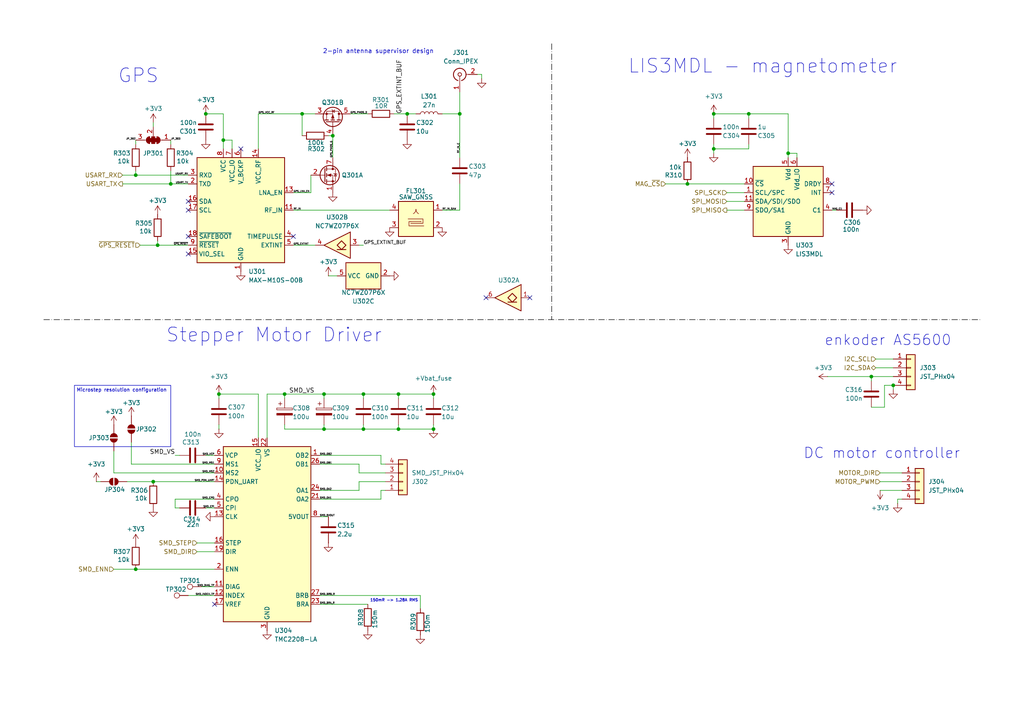
<source format=kicad_sch>
(kicad_sch (version 20250114) (generator "eeschema") (generator_version "9.0")
  (paper "A4")
  (title_block (title "Boat Autopilot Controller") (date "2025-11-11") (rev "0.1") (company "Dominik Ledzianowski / Klaudia Lewandowska"))
  (rectangle (start 21.59 111.76) (end 49.53 129.54))
  (text "GPS\n" (at 40.132 22.098 0) (effects (font (size 4 4))))
  (text "enkoder AS5600" (at 257.556 98.806 0) (effects (font (size 3 3))))
  (text "2-pin antenna supervisor design" (at 109.728 14.986 0) (effects (font (size 1.27 1.27))))
  (text "DC motor controller" (at 255.778 131.572 0) (effects (font (size 3 3))))
  (text "Stepper Motor Driver" (at 79.502 97.282 0) (effects (font (size 4 4))))
  (text "LIS3MDL - magnetometer" (at 221.234 19.304 0) (effects (font (size 4 4))))
  (text "Microstep resolution configuration" (at 35.306 113.284 0) (effects (font (size 1 1))))
  (text "150mR -> 1.28A RMS" (at 114.3 174.244 0) (effects (font (size 0.8 0.8))))
  (junction (at 93.98 124.46))
  (junction (at 39.37 165.1))
  (junction (at 82.55 114.3))
  (junction (at 45.72 71.12))
  (junction (at 228.6 44.45))
  (junction (at 125.73 124.46))
  (junction (at 133.35 33.02))
  (junction (at 105.41 124.46))
  (junction (at 93.98 114.3))
  (junction (at 63.5 114.3))
  (junction (at 64.77 40.64))
  (junction (at 59.69 33.02))
  (junction (at 105.41 114.3))
  (junction (at 49.53 53.34))
  (junction (at 115.57 124.46))
  (junction (at 115.57 114.3))
  (junction (at 217.17 33.02))
  (junction (at 252.73 109.22))
  (junction (at 259.08 111.76))
  (junction (at 44.45 139.7))
  (junction (at 207.01 33.02))
  (junction (at 96.52 39.37))
  (junction (at 39.37 50.8))
  (junction (at 125.73 114.3))
  (junction (at 199.39 53.34))
  (junction (at 207.01 43.18))
  (junction (at 87.63 33.02))
  (junction (at 118.11 33.02))
  (no_connect (at 54.61 73.66))
  (no_connect (at 140.97 86.36))
  (no_connect (at 69.85 43.18))
  (no_connect (at 241.3 55.88))
  (no_connect (at 241.3 53.34))
  (no_connect (at 153.67 86.36))
  (no_connect (at 54.61 68.58))
  (no_connect (at 54.61 60.96))
  (no_connect (at 62.23 175.26))
  (no_connect (at 85.09 68.58))
  (no_connect (at 54.61 58.42))
  (wire (pts (xy 95.25 80.01) (xy 97.79 80.01)))
  (wire (pts (xy 139.7 22.86) (xy 139.7 21.59)))
  (wire (pts (xy 128.27 60.96) (xy 133.35 60.96)))
  (wire (pts (xy 38.1 134.62) (xy 62.23 134.62)))
  (wire (pts (xy 85.09 60.96) (xy 113.03 60.96)))
  (wire (pts (xy 115.57 114.3) (xy 125.73 114.3)))
  (wire (pts (xy 252.73 109.22) (xy 240.03 109.22)))
  (wire (pts (xy 231.14 44.45) (xy 231.14 45.72)))
  (wire (pts (xy 77.47 114.3) (xy 77.47 127)))
  (wire (pts (xy 207.01 43.18) (xy 217.17 43.18)))
  (wire (pts (xy 110.49 142.24) (xy 111.76 142.24)))
  (wire (pts (xy 52.07 132.08) (xy 50.8 132.08)))
  (wire (pts (xy 193.04 53.34) (xy 199.39 53.34)))
  (wire (pts (xy 87.63 33.02) (xy 91.44 33.02)))
  (wire (pts (xy 139.7 21.59) (xy 138.43 21.59)))
  (wire (pts (xy 33.02 130.81) (xy 33.02 137.16)))
  (wire (pts (xy 92.71 132.08) (xy 110.49 132.08)))
  (wire (pts (xy 82.55 123.19) (xy 82.55 124.46)))
  (wire (pts (xy 104.14 139.7) (xy 111.76 139.7)))
  (wire (pts (xy 54.61 172.72) (xy 62.23 172.72)))
  (wire (pts (xy 92.71 134.62) (xy 104.14 134.62)))
  (wire (pts (xy 115.57 114.3) (xy 115.57 115.57)))
  (wire (pts (xy 58.42 170.18) (xy 62.23 170.18)))
  (wire (pts (xy 74.93 114.3) (xy 63.5 114.3)))
  (wire (pts (xy 217.17 33.02) (xy 228.6 33.02)))
  (wire (pts (xy 39.37 40.64) (xy 39.37 41.91)))
  (wire (pts (xy 207.01 43.18) (xy 207.01 41.91)))
  (wire (pts (xy 104.14 139.7) (xy 104.14 142.24)))
  (wire (pts (xy 115.57 124.46) (xy 125.73 124.46)))
  (wire (pts (xy 254 106.68) (xy 259.08 106.68)))
  (wire (pts (xy 27.94 139.7) (xy 29.21 139.7)))
  (wire (pts (xy 105.41 124.46) (xy 115.57 124.46)))
  (wire (pts (xy 199.39 53.34) (xy 215.9 53.34)))
  (wire (pts (xy 259.08 113.03) (xy 259.08 111.76)))
  (wire (pts (xy 93.98 123.19) (xy 93.98 124.46)))
  (wire (pts (xy 255.27 142.24) (xy 261.62 142.24)))
  (wire (pts (xy 105.41 114.3) (xy 115.57 114.3)))
  (wire (pts (xy 96.52 39.37) (xy 96.52 45.72)))
  (wire (pts (xy 44.45 35.56) (xy 44.45 36.83)))
  (wire (pts (xy 50.8 144.78) (xy 62.23 144.78)))
  (wire (pts (xy 74.93 33.02) (xy 87.63 33.02)))
  (wire (pts (xy 115.57 123.19) (xy 115.57 124.46)))
  (wire (pts (xy 118.11 33.02) (xy 120.65 33.02)))
  (polyline (pts (xy 12.7 92.71) (xy 284.48 92.71)) (stroke (width 0) (type dash_dot) (color 0 0 0 1)))
  (wire (pts (xy 242.57 60.96) (xy 241.3 60.96)))
  (wire (pts (xy 33.02 137.16) (xy 62.23 137.16)))
  (wire (pts (xy 104.14 134.62) (xy 104.14 137.16)))
  (wire (pts (xy 57.15 157.48) (xy 62.23 157.48)))
  (wire (pts (xy 39.37 165.1) (xy 62.23 165.1)))
  (wire (pts (xy 95.25 149.86) (xy 92.71 149.86)))
  (wire (pts (xy 50.8 147.32) (xy 52.07 147.32)))
  (wire (pts (xy 64.77 40.64) (xy 64.77 43.18)))
  (wire (pts (xy 39.37 49.53) (xy 39.37 50.8)))
  (wire (pts (xy 62.23 132.08) (xy 59.69 132.08)))
  (wire (pts (xy 210.82 58.42) (xy 215.9 58.42)))
  (polyline (pts (xy 160.02 12.7) (xy 160.02 92.71)) (stroke (width 0) (type dash_dot) (color 0 0 0 1)))
  (wire (pts (xy 104.14 142.24) (xy 92.71 142.24)))
  (wire (pts (xy 110.49 132.08) (xy 110.49 134.62)))
  (wire (pts (xy 210.82 60.96) (xy 215.9 60.96)))
  (wire (pts (xy 207.01 33.02) (xy 217.17 33.02)))
  (wire (pts (xy 35.56 53.34) (xy 49.53 53.34)))
  (wire (pts (xy 110.49 144.78) (xy 110.49 142.24)))
  (wire (pts (xy 105.41 123.19) (xy 105.41 124.46)))
  (wire (pts (xy 85.09 71.12) (xy 91.44 71.12)))
  (wire (pts (xy 64.77 40.64) (xy 67.31 40.64)))
  (wire (pts (xy 104.14 137.16) (xy 111.76 137.16)))
  (wire (pts (xy 82.55 114.3) (xy 93.98 114.3)))
  (wire (pts (xy 82.55 114.3) (xy 82.55 115.57)))
  (wire (pts (xy 38.1 128.27) (xy 38.1 134.62)))
  (wire (pts (xy 105.41 114.3) (xy 105.41 115.57)))
  (wire (pts (xy 35.56 50.8) (xy 39.37 50.8)))
  (wire (pts (xy 90.17 55.88) (xy 85.09 55.88)))
  (wire (pts (xy 93.98 124.46) (xy 105.41 124.46)))
  (wire (pts (xy 74.93 114.3) (xy 74.93 127)))
  (wire (pts (xy 125.73 123.19) (xy 125.73 124.46)))
  (wire (pts (xy 252.73 109.22) (xy 252.73 110.49)))
  (wire (pts (xy 101.6 33.02) (xy 106.68 33.02)))
  (wire (pts (xy 133.35 53.34) (xy 133.35 60.96)))
  (wire (pts (xy 92.71 175.26) (xy 106.68 175.26)))
  (wire (pts (xy 82.55 114.3) (xy 77.47 114.3)))
  (wire (pts (xy 45.72 69.85) (xy 45.72 71.12)))
  (wire (pts (xy 217.17 43.18) (xy 217.17 41.91)))
  (wire (pts (xy 49.53 53.34) (xy 54.61 53.34)))
  (wire (pts (xy 57.15 160.02) (xy 62.23 160.02)))
  (wire (pts (xy 74.93 33.02) (xy 74.93 43.18)))
  (wire (pts (xy 64.77 33.02) (xy 64.77 40.64)))
  (wire (pts (xy 40.64 71.12) (xy 45.72 71.12)))
  (wire (pts (xy 228.6 44.45) (xy 228.6 33.02)))
  (wire (pts (xy 114.3 33.02) (xy 118.11 33.02)))
  (wire (pts (xy 255.27 137.16) (xy 261.62 137.16)))
  (wire (pts (xy 45.72 71.12) (xy 54.61 71.12)))
  (wire (pts (xy 252.73 118.11) (xy 256.54 118.11)))
  (wire (pts (xy 110.49 134.62) (xy 111.76 134.62)))
  (wire (pts (xy 121.92 172.72) (xy 121.92 176.53)))
  (wire (pts (xy 93.98 114.3) (xy 105.41 114.3)))
  (wire (pts (xy 260.35 144.78) (xy 261.62 144.78)))
  (wire (pts (xy 207.01 33.02) (xy 207.01 34.29)))
  (wire (pts (xy 259.08 109.22) (xy 252.73 109.22)))
  (wire (pts (xy 33.02 165.1) (xy 39.37 165.1)))
  (wire (pts (xy 133.35 26.67) (xy 133.35 33.02)))
  (wire (pts (xy 254 104.14) (xy 259.08 104.14)))
  (wire (pts (xy 207.01 44.45) (xy 207.01 43.18)))
  (wire (pts (xy 63.5 123.19) (xy 63.5 124.46)))
  (wire (pts (xy 228.6 45.72) (xy 228.6 44.45)))
  (wire (pts (xy 59.69 147.32) (xy 62.23 147.32)))
  (wire (pts (xy 228.6 44.45) (xy 231.14 44.45)))
  (wire (pts (xy 67.31 43.18) (xy 67.31 40.64)))
  (wire (pts (xy 255.27 139.7) (xy 261.62 139.7)))
  (wire (pts (xy 63.5 114.3) (xy 63.5 115.57)))
  (wire (pts (xy 36.83 139.7) (xy 44.45 139.7)))
  (wire (pts (xy 256.54 111.76) (xy 256.54 118.11)))
  (wire (pts (xy 49.53 40.64) (xy 49.53 41.91)))
  (wire (pts (xy 256.54 111.76) (xy 259.08 111.76)))
  (wire (pts (xy 92.71 172.72) (xy 121.92 172.72)))
  (wire (pts (xy 96.52 39.37) (xy 95.25 39.37)))
  (wire (pts (xy 217.17 33.02) (xy 217.17 34.29)))
  (wire (pts (xy 90.17 50.8) (xy 90.17 55.88)))
  (wire (pts (xy 44.45 139.7) (xy 62.23 139.7)))
  (wire (pts (xy 210.82 55.88) (xy 215.9 55.88)))
  (wire (pts (xy 125.73 114.3) (xy 125.73 115.57)))
  (wire (pts (xy 50.8 144.78) (xy 50.8 147.32)))
  (wire (pts (xy 93.98 114.3) (xy 93.98 115.57)))
  (wire (pts (xy 110.49 144.78) (xy 92.71 144.78)))
  (wire (pts (xy 105.41 71.12) (xy 104.14 71.12)))
  (wire (pts (xy 82.55 124.46) (xy 93.98 124.46)))
  (wire (pts (xy 39.37 50.8) (xy 54.61 50.8)))
  (wire (pts (xy 87.63 33.02) (xy 87.63 39.37)))
  (wire (pts (xy 128.27 33.02) (xy 133.35 33.02)))
  (wire (pts (xy 133.35 33.02) (xy 133.35 45.72)))
  (wire (pts (xy 59.69 33.02) (xy 64.77 33.02)))
  (wire (pts (xy 49.53 49.53) (xy 49.53 53.34)))
  (wire (pts (xy 260.35 146.05) (xy 260.35 144.78)))
  (label "SMD_MS2" (at 62.23 137.16 180) (effects (font (size 0.5 0.5))))
  (label "JP_303" (at 49.53 40.64 0) (effects (font (size 0.5 0.5))))
  (label "SMD_OA1" (at 92.71 144.78 0) (effects (font (size 0.5 0.5))))
  (label "SMD_VCP" (at 62.23 132.08 180) (effects (font (size 0.5 0.5))))
  (label "SMD_VS" (at 50.8 132.08 180))
  (label "SMD_BRA_R" (at 92.71 175.26 0) (effects (font (size 0.5 0.5))))
  (label "USART_RX" (at 54.61 50.8 180) (effects (font (size 0.5 0.5))))
  (label "GPS_PMOS_G" (at 96.52 45.72 90) (effects (font (size 0.5 0.5))))
  (label "SMD_MS1" (at 62.23 134.62 180) (effects (font (size 0.5 0.5))))
  (label "JP_302" (at 39.37 40.64 180) (effects (font (size 0.5 0.5))))
  (label "GPS_EXTINT_BUF" (at 116.84 33.02 90))
  (label "SMD_PDN_UART" (at 62.23 139.7 180) (effects (font (size 0.5 0.5))))
  (label "GPS_LNA_EN" (at 85.09 55.88 0) (effects (font (size 0.5 0.5))))
  (label "SMD_CPO" (at 62.23 144.78 180) (effects (font (size 0.5 0.5))))
  (label "GPS_PMOS_D" (at 101.6 33.02 0) (effects (font (size 0.5 0.5))))
  (label "RF_IN_SAW" (at 128.27 60.96 0) (effects (font (size 0.5 0.5))))
  (label "SMD_BRB_R" (at 92.71 172.72 0) (effects (font (size 0.5 0.5))))
  (label "RF_IN_C" (at 133.35 44.45 90) (effects (font (size 0.5 0.5))))
  (label "SMD_OA2" (at 92.71 142.24 0) (effects (font (size 0.5 0.5))))
  (label "~{GPS_RESET}" (at 54.61 71.12 180) (effects (font (size 0.5 0.5))))
  (label "GPS_EXTINT_BUF" (at 105.41 71.12 0) (effects (font (size 1 1))))
  (label "MAG_C1" (at 241.3 60.96 0) (effects (font (size 0.5 0.5))))
  (label "GPS_EXTINT" (at 85.09 71.12 0) (effects (font (size 0.5 0.5))))
  (label "SMD_5VOUT" (at 92.71 149.86 0) (effects (font (size 0.5 0.5))))
  (label "GPS_VCC_RF" (at 74.93 33.02 0) (effects (font (size 0.5 0.5))))
  (label "SMD_CPI" (at 62.23 147.32 180) (effects (font (size 0.5 0.5))))
  (label "SMD_INDEX_TP" (at 62.23 172.72 180) (effects (font (size 0.5 0.5))))
  (label "RF_IN" (at 85.09 60.96 0) (effects (font (size 0.5 0.5))))
  (label "USART_TX" (at 54.61 53.34 180) (effects (font (size 0.5 0.5))))
  (label "SMD_DIAG_TP" (at 62.23 170.18 180) (effects (font (size 0.5 0.5))))
  (label "SMD_VS" (at 83.82 114.3 0))
  (label "SMD_OB1" (at 92.71 134.62 0) (effects (font (size 0.5 0.5))))
  (label "SMD_OB2" (at 92.71 132.08 0) (effects (font (size 0.5 0.5))))
  (hierarchical_label "SPI_MISO" (shape output) (at 210.82 60.96 180))
  (hierarchical_label "MOTOR_PWM" (shape input) (at 255.27 139.7 180))
  (hierarchical_label "~{GPS_RESET}" (shape input) (at 40.64 71.12 180))
  (hierarchical_label "SMD_DIR" (shape input) (at 57.15 160.02 180))
  (hierarchical_label "MOTOR_DIR" (shape input) (at 255.27 137.16 180))
  (hierarchical_label "MAG_~{CS}" (shape input) (at 193.04 53.34 180))
  (hierarchical_label "SPI_MOSI" (shape input) (at 210.82 58.42 180))
  (hierarchical_label "USART_TX" (shape output) (at 35.56 53.34 180))
  (hierarchical_label "SMD_STEP" (shape input) (at 57.15 157.48 180))
  (hierarchical_label "I2C_SDA" (shape bidirectional) (at 254 106.68 180))
  (hierarchical_label "USART_RX" (shape input) (at 35.56 50.8 180))
  (hierarchical_label "SPI_SCK" (shape input) (at 210.82 55.88 180))
  (hierarchical_label "SMD_ENN" (shape input) (at 33.02 165.1 180))
  (hierarchical_label "I2C_SCL" (shape input) (at 254 104.14 180))
  (symbol (lib_id "power:GND") (at 96.52 55.88 0) (unit 1)
    (property "Reference" "#PWR0142" (effects (hide yes)))
    (property "Value" "GND" (effects (hide yes)))
    (property "Description" "Power symbol creates a global label with name \"GND\" , ground" (effects (hide yes)))
  )
  (symbol (lib_id "Device:C") (at 105.41 119.38 0) (unit 1)
    (property "Reference" "C310" (at 107.696 118.364 0) (effects (justify left)))
    (property "Value" "100n" (at 107.696 120.904 0) (effects (justify left)))
    (property "Footprint" "Capacitor_SMD:C_0805_2012Metric" (effects (hide yes)))
    (property "Distributor" "https://jlcpcb.com/partdetail/28983-CL21B104KCFNNNE/C28233" (effects (hide yes)))
    (property "MFR Part" "CL21B104KCFNNNE" (effects (hide yes)))
    (property "Manufacturer" "Samsung Electro-Mechanics" (effects (hide yes)))
  )
  (symbol (lib_id "power:GND") (at 207.01 44.45 0) (unit 1)
    (property "Reference" "#PWR0160" (effects (hide yes)))
    (property "Value" "GND" (effects (hide yes)))
    (property "Description" "Power symbol creates a global label with name \"GND\" , ground" (effects (hide yes)))
  )
  (symbol (lib_id "Device:R") (at 106.68 179.07 180) (unit 1)
    (property "Reference" "R308" (at 104.648 179.07 90))
    (property "Value" "150m" (at 108.712 179.578 90))
    (property "Footprint" "Resistor_SMD:R_1206_3216Metric" (effects (hide yes)))
    (property "Description" "Resistor" (effects (hide yes)))
    (property "Distributor" "https://jlcpcb.com/partdetail/38917-1206W4F150LT5E/C37936" (effects (hide yes)))
    (property "MFR Part" "1206W4F150LT5E" (effects (hide yes)))
    (property "Manufacturer" "UNI-ROYAL(Uniroyal Elec) " (effects (hide yes)))
  )
  (symbol (lib_id "Jumper:SolderJumper_2_Open") (at 33.02 127 270) (unit 1) (in_bom no)
    (property "Reference" "JP303" (at 31.75 127 90) (effects (justify right)))
    (property "Value" "SolderJumper_2_Open" (effects (hide yes)))
    (property "Footprint" "Jumper:SolderJumper-2_P1.3mm_Open_TrianglePad1.0x1.5mm" (effects (hide yes)))
    (property "Description" "Solder Jumper, 2-pole, open" (effects (hide yes)))
  )
  (symbol (lib_id "Device:C") (at 246.38 60.96 270) (unit 1)
    (property "Reference" "C306" (at 244.602 64.516 90) (effects (justify left)))
    (property "Value" "100n" (at 244.348 66.548 90) (effects (justify left)))
    (property "Footprint" "Capacitor_SMD:C_0805_2012Metric" (effects (hide yes)))
    (property "Distributor" "https://jlcpcb.com/partdetail/28983-CL21B104KCFNNNE/C28233" (effects (hide yes)))
    (property "MFR Part" "CL21B104KCFNNNE" (effects (hide yes)))
    (property "Manufacturer" "Samsung Electro-Mechanics" (effects (hide yes)))
  )
  (symbol (lib_name "ZXMC4559DN8TA_1") (lib_id "PUEiE_pcb_schematic_symbols:ZXMC4559DN8TA") (at 96.52 33.02 0) (mirror y) (unit 2)
    (property "Reference" "Q301" (at 96.52 29.718 0))
    (property "Value" "ZXMC4559DN8TA" (effects (hide yes)))
    (property "Footprint" "Package_SO:SOP-8_3.76x4.96mm_P1.27mm" (effects (hide yes)))
    (property "Datasheet" "https://jlcpcb.com/api/file/downloadByFileSystemAccessId/8590279076456919040" (effects (hide yes)))
    (property "Description" "N and P-Channel Enhancement Mode Power MOSFET" (effects (hide yes)))
    (property "Distributor" "https://jlcpcb.com/partdetail/TECHPUBLIC-ZXMC4559DN8TA/C5123943" (effects (hide yes)))
    (property "MFR Part" "ZXMC4559DN8TA" (effects (hide yes)))
    (property "Manufacturer" "TECH PUBLIC" (effects (hide yes)))
  )
  (symbol (lib_id "power:GND") (at 44.45 147.32 0) (unit 1)
    (property "Reference" "#PWR0139" (effects (hide yes)))
    (property "Value" "GND" (effects (hide yes)))
    (property "Description" "Power symbol creates a global label with name \"GND\" , ground" (effects (hide yes)))
  )
  (symbol (lib_id "power:GND") (at 250.19 60.96 90) (unit 1)
    (property "Reference" "#PWR0158" (effects (hide yes)))
    (property "Value" "GND" (effects (hide yes)))
    (property "Description" "Power symbol creates a global label with name \"GND\" , ground" (effects (hide yes)))
  )
  (symbol (lib_id "Device:C") (at 55.88 132.08 90) (unit 1)
    (property "Reference" "C313" (at 57.912 128.27 90) (effects (justify left)))
    (property "Value" "100n" (at 58.42 125.984 90) (effects (justify left)))
    (property "Footprint" "Capacitor_SMD:C_0805_2012Metric" (effects (hide yes)))
    (property "Distributor" "https://jlcpcb.com/partdetail/28983-CL21B104KCFNNNE/C28233" (effects (hide yes)))
    (property "MFR Part" "CL21B104KCFNNNE" (effects (hide yes)))
    (property "Manufacturer" "Samsung Electro-Mechanics" (effects (hide yes)))
  )
  (symbol (lib_id "power:GND") (at 259.08 113.03 0) (unit 1)
    (property "Reference" "#PWR0156" (effects (hide yes)))
    (property "Value" "GND" (effects (hide yes)))
    (property "Description" "Power symbol creates a global label with name \"GND\" , ground" (effects (hide yes)))
  )
  (symbol (lib_id "Connector:Conn_Coaxial") (at 133.35 21.59 90) (unit 1)
    (property "Reference" "J301" (at 133.6432 15.24 90))
    (property "Value" "Conn_IPEX" (at 133.6432 17.78 90))
    (property "Footprint" "PUEiE_pcb_schematic_footprints:IPEX Male" (effects (hide yes)))
    (property "Description" "50Ω 6GHz IPEX Male Pin SMD" (effects (hide yes)))
    (property "Distributor" "https://jlcpcb.com/partdetail/BATWIRELESS-BWIPX_1001E/C496552" (effects (hide yes)))
    (property "MFR Part" "BWIPX-1-001E " (effects (hide yes)))
    (property "Manufacturer" "BAT WIRELESS " (effects (hide yes)))
  )
  (symbol (lib_id "power:+3V3") (at 255.27 142.24 180) (unit 1)
    (property "Reference" "#PWR0304" (effects (hide yes)))
    (property "Value" "+3V3" (at 255.27 147.32 0))
    (property "Description" "Power symbol creates a global label with name \"+3V3\"" (effects (hide yes)))
  )
  (symbol (lib_id "power:GND") (at 121.92 184.15 0) (unit 1)
    (property "Reference" "#PWR0149" (effects (hide yes)))
    (property "Value" "GND" (effects (hide yes)))
    (property "Description" "Power symbol creates a global label with name \"GND\" , ground" (effects (hide yes)))
  )
  (symbol (lib_id "power:+3V3") (at 95.25 80.01 0) (unit 1)
    (property "Reference" "#PWR0143" (effects (hide yes)))
    (property "Value" "+3V3" (at 95.25 75.946 0))
    (property "Description" "Power symbol creates a global label with name \"+3V3\"" (effects (hide yes)))
  )
  (symbol (lib_id "power:+3V3") (at 39.37 157.48 0) (unit 1)
    (property "Reference" "#PWR0137" (effects (hide yes)))
    (property "Value" "+3V3" (at 39.37 153.416 0))
    (property "Description" "Power symbol creates a global label with name \"+3V3\"" (effects (hide yes)))
  )
  (symbol (lib_name "SolderJumper_3_Bridged123_1") (lib_id "Jumper:SolderJumper_3_Bridged123") (at 44.45 40.64 180) (unit 1) (in_bom no)
    (property "Reference" "JP301" (at 44.45 44.45 0))
    (property "Value" "SolderJumper_3_Bridged123" (effects (hide yes)))
    (property "Footprint" "Jumper:SolderJumper-3_P2.0mm_Open_TrianglePad1.0x1.5mm" (effects (hide yes)))
    (property "Description" "Solder Jumper, 3-pole, pins 1+2+3 closed/bridged" (effects (hide yes)))
  )
  (symbol (lib_id "Device:C") (at 133.35 49.53 0) (unit 1)
    (property "Reference" "C303" (at 135.89 48.26 0) (effects (justify left)))
    (property "Value" "47p" (at 135.89 50.8 0) (effects (justify left)))
    (property "Footprint" "Capacitor_SMD:C_0805_2012Metric" (effects (hide yes)))
    (property "Description" "50V C0G ±5%" (effects (hide yes)))
    (property "Distributor" "https://jlcpcb.com/partdetail/TDK-C2012C0G1H470JT000N/C76629" (effects (hide yes)))
    (property "MFR Part" "C2012C0G1H470JT000N " (effects (hide yes)))
    (property "Manufacturer" " TDK" (effects (hide yes)))
  )
  (symbol (lib_id "RF_GPS:MAX-M10S") (at 69.85 60.96 0) (unit 1)
    (property "Reference" "U301" (at 72.0441 78.74 0) (effects (justify left)))
    (property "Value" "MAX-M10S-00B" (at 72.0441 81.28 0) (effects (justify left)))
    (property "Footprint" "RF_GPS:ublox_MAX" (effects (hide yes)))
    (property "Datasheet" "https://content.u-blox.com/sites/default/files/MAX-M10S_IntegrationManual_UBX-20053088.pdf" (effects (hide yes)))
    (property "Description" "GNSS Module MAX M10, VCC 1.65V to 3.6V" (effects (hide yes)))
    (property "Distributor" "https://jlcpcb.com/partdetail/UBLOX-MAX_M10S00B/C4153167" (effects (hide yes)))
    (property "MFR Part" "MAX-M10S-00B" (effects (hide yes)))
    (property "Manufacturer" "U-BLOX" (effects (hide yes)))
  )
  (symbol (lib_id "power:GND") (at 59.69 40.64 0) (unit 1)
    (property "Reference" "#PWR0131" (effects (hide yes)))
    (property "Value" "GND" (effects (hide yes)))
    (property "Description" "Power symbol creates a global label with name \"GND\" , ground" (effects (hide yes)))
  )
  (symbol (lib_id "Filter:SAFFB1G58KA0F0A") (at 120.65 63.5 0) (mirror y) (unit 1)
    (property "Reference" "FL301" (at 120.65 55.372 0))
    (property "Value" "SAW_GNSS" (at 120.65 57.15 0))
    (property "Footprint" "Filter:Filter_1109-5_1.1x0.9mm" (effects (hide yes)))
    (property "Datasheet" "https://www.murata.com/~/media/webrenewal/support/library/catalog/products/filter/rf/p73e.ashx?la=en" (effects (hide yes)))
    (property "Description" "Murata 1575.42/1602MHz SAW filter, SMD 1109" (effects (hide yes)))
    (property "Distributor" "https://jlcpcb.com/partdetail/MurataElectronics-SAFFB1G56KB0F0AR1X/C91647" (effects (hide yes)))
    (property "MFR Part" "SAFFB1G56KB0F0AR1X" (effects (hide yes)))
    (property "Manufacturer" "Murata Electronics" (effects (hide yes)))
  )
  (symbol (lib_id "Device:R") (at 44.45 143.51 0) (unit 1)
    (property "Reference" "R306" (at 37.846 142.24 0) (effects (justify left)))
    (property "Value" "10k" (at 39.116 144.526 0) (effects (justify left)))
    (property "Footprint" "Resistor_SMD:R_0805_2012Metric" (effects (hide yes)))
    (property "Description" "10kΩ 125mW 150V ±1%" (effects (hide yes)))
    (property "Distributor" "https://jlcpcb.com/partdetail/18102-0805W8F1002T5E/C17414" (effects (hide yes)))
    (property "MFR Part" "0805W8F1002T5E " (effects (hide yes)))
    (property "Manufacturer" "UNI-ROYAL(Uniroyal Elec) " (effects (hide yes)))
  )
  (symbol (lib_id "power:GND") (at 128.27 66.04 0) (unit 1)
    (property "Reference" "#PWR0302" (effects (hide yes)))
    (property "Value" "GND" (effects (hide yes)))
    (property "Description" "Power symbol creates a global label with name \"GND\" , ground" (effects (hide yes)))
  )
  (symbol (lib_id "power:GND") (at 62.23 149.86 270) (unit 1)
    (property "Reference" "#PWR0138" (effects (hide yes)))
    (property "Value" "GND" (effects (hide yes)))
    (property "Description" "Power symbol creates a global label with name \"GND\" , ground" (effects (hide yes)))
  )
  (symbol (lib_id "Device:R") (at 110.49 33.02 270) (mirror x) (unit 1)
    (property "Reference" "R301" (at 113.03 28.956 90) (effects (justify right)))
    (property "Value" "10R" (at 112.522 30.734 90) (effects (justify right)))
    (property "Footprint" "Resistor_SMD:R_0603_1608Metric" (effects (hide yes)))
    (property "Description" "5%, 0.25W" (effects (hide yes)))
    (property "Distributor" "https://jlcpcb.com/partdetail/PANASONIC-ERJUP3J100V/C491193" (effects (hide yes)))
    (property "MFR Part" "ERJUP3J100V" (effects (hide yes)))
    (property "Manufacturer" "PANASONIC" (effects (hide yes)))
  )
  (symbol (lib_id "Device:L") (at 124.46 33.02 90) (unit 1)
    (property "Reference" "L301" (at 124.46 27.94 90))
    (property "Value" "27n" (at 124.46 30.48 90))
    (property "Footprint" "Inductor_SMD:L_0402_1005Metric" (effects (hide yes)))
    (property "Description" "impedance >500 Ω at GNSS frequency, current >300 mA." (effects (hide yes)))
    (property "Distributor" "https://jlcpcb.com/partdetail/MurataElectronics-LQG15HS27NJ02D/C12669" (effects (hide yes)))
    (property "MFR Part" "LQG15HS27NJ02D " (effects (hide yes)))
    (property "Manufacturer" "Murata Electronics " (effects (hide yes)))
  )
  (symbol (lib_id "power:GND") (at 113.03 66.04 0) (unit 1)
    (property "Reference" "#PWR0303" (effects (hide yes)))
    (property "Value" "GND" (effects (hide yes)))
    (property "Description" "Power symbol creates a global label with name \"GND\" , ground" (effects (hide yes)))
  )
  (symbol (lib_id "Connector:TestPoint") (at 58.42 170.18 90) (unit 1) (in_bom no)
    (property "Reference" "TP301" (at 55.118 168.402 90))
    (property "Value" "TestPoint" (effects (hide yes)))
    (property "Footprint" "TestPoint:TestPoint_Pad_D2.0mm" (effects (hide yes)))
    (property "Description" "test point" (effects (hide yes)))
  )
  (symbol (lib_id "Device:C") (at 118.11 36.83 0) (unit 1)
    (property "Reference" "C302" (at 120.65 35.56 0) (effects (justify left)))
    (property "Value" "10u" (at 120.65 38.1 0) (effects (justify left)))
    (property "Footprint" "Capacitor_SMD:C_0805_2012Metric" (effects (hide yes)))
    (property "Description" "10nF 50V X7R" (effects (hide yes)))
    (property "Distributor" "https://jlcpcb.com/partdetail/2062-CL21B103KBANNNC/C1710" (effects (hide yes)))
    (property "MFR Part" "CL21B103KBANNNC " (effects (hide yes)))
    (property "Manufacturer" "Samsung Electro-Mechanics" (effects (hide yes)))
  )
  (symbol (lib_id "Connector_Generic:Conn_01x04") (at 266.7 139.7 0) (unit 1)
    (property "Reference" "J304" (at 269.24 139.6999 0) (effects (justify left)))
    (property "Value" "JST_PHx04" (at 269.24 142.2399 0) (effects (justify left)))
    (property "Footprint" "Connector_JST:JST_XH_S4B-XH-A_1x04_P2.50mm_Horizontal" (effects (hide yes)))
    (property "Description" "Generic connector, single row, 01x04, script generated (kicad-library-utils/schlib/autogen/connector/)" (effects (hide yes)))
    (property "Distributor" "https://www.tme.eu/pl/details/s4b-xh-a-1/zlacza-sygnalowe-raster-2-50mm/jst/s4b-xh-a-1-lf-sn/" (effects (hide yes)))
    (property "MFR Part" "S4B-XH-A-1" (effects (hide yes)))
    (property "Manufacturer" " JST" (effects (hide yes)))
  )
  (symbol (lib_id "power:+3V3") (at 44.45 35.56 0) (unit 1)
    (property "Reference" "#PWR0128" (effects (hide yes)))
    (property "Value" "+3V3" (at 44.45 31.496 0))
    (property "Description" "Power symbol creates a global label with name \"+3V3\"" (effects (hide yes)))
  )
  (symbol (lib_id "Connector_Generic:Conn_01x04") (at 116.84 139.7 0) (mirror x) (unit 1)
    (property "Reference" "J302" (at 119.38 139.7001 0) (effects (justify left)))
    (property "Value" "SMD_JST_PHx04" (at 119.38 137.1601 0) (effects (justify left)))
    (property "Footprint" "Connector_JST:JST_XH_S4B-XH-A_1x04_P2.50mm_Horizontal" (effects (hide yes)))
    (property "Description" "Generic connector, single row, 01x04, script generated (kicad-library-utils/schlib/autogen/connector/)" (effects (hide yes)))
    (property "Distributor" "https://www.tme.eu/pl/details/s4b-xh-a-1/zlacza-sygnalowe-raster-2-50mm/jst/s4b-xh-a-1-lf-sn/" (effects (hide yes)))
    (property "MFR Part" "S4B-XH-A-1" (effects (hide yes)))
    (property "Manufacturer" " JST" (effects (hide yes)))
  )
  (symbol (lib_id "power:GND") (at 113.03 80.01 90) (unit 1)
    (property "Reference" "#PWR0144" (effects (hide yes)))
    (property "Value" "GND" (effects (hide yes)))
    (property "Description" "Power symbol creates a global label with name \"GND\" , ground" (effects (hide yes)))
  )
  (symbol (lib_id "power:GND") (at 69.85 78.74 0) (unit 1)
    (property "Reference" "#PWR0140" (effects (hide yes)))
    (property "Value" "GND" (effects (hide yes)))
    (property "Description" "Power symbol creates a global label with name \"GND\" , ground" (effects (hide yes)))
  )
  (symbol (lib_name "74LVC2G07_1") (lib_id "74xGxx:74LVC2G07") (at 147.32 86.36 0) (mirror y) (unit 1)
    (property "Reference" "U302" (at 147.574 81.28 0))
    (property "Value" "NC7WZ07P6X" (effects (hide yes)))
    (property "Footprint" "Package_TO_SOT_SMD:SOT-363_SC-70-6" (effects (hide yes)))
    (property "Description" "Dual Buffer, Open Drain, Low-Voltage CMOS" (effects (hide yes)))
    (property "Distributor" "https://jlcpcb.com/partdetail/onsemi-NC7WZ07P6X/C95342" (effects (hide yes)))
    (property "MFR Part" "NC7WZ07P6X" (effects (hide yes)))
    (property "Manufacturer" "onsemi" (effects (hide yes)))
  )
  (symbol (lib_id "power:+3V3") (at 38.1 120.65 0) (unit 1)
    (property "Reference" "#PWR0133" (effects (hide yes)))
    (property "Value" "+3V3" (at 38.1 116.84 0))
    (property "Description" "Power symbol creates a global label with name \"+3V3\"" (effects (hide yes)))
  )
  (symbol (lib_id "Device:C") (at 252.73 114.3 0) (mirror y) (unit 1)
    (property "Reference" "C316" (at 250.19 113.03 0) (effects (justify left)))
    (property "Value" "100n" (at 250.19 115.57 0) (effects (justify left)))
    (property "Footprint" "Capacitor_SMD:C_0805_2012Metric" (effects (hide yes)))
    (property "Description" "100nF 50V X7R ±10% 0805 Multilayer Ceramic Capacitors" (effects (hide yes)))
    (property "Distributor" "https://jlcpcb.com/partdetail/28983-CL21B104KCFNNNE/C28233" (effects (hide yes)))
    (property "MFR Part" "CL21B104KCFNNNE" (effects (hide yes)))
    (property "Manufacturer" "Samsung Electro-Mechanics" (effects (hide yes)))
  )
  (symbol (lib_id "power:GND") (at 63.5 124.46 0) (unit 1)
    (property "Reference" "#PWR0146" (effects (hide yes)))
    (property "Value" "GND" (effects (hide yes)))
    (property "Description" "Power symbol creates a global label with name \"GND\" , ground" (effects (hide yes)))
  )
  (symbol (lib_id "power:+3V3") (at 63.5 114.3 0) (unit 1)
    (property "Reference" "#PWR0145" (effects (hide yes)))
    (property "Value" "+3V3" (at 63.5 109.22 0))
    (property "Description" "Power symbol creates a global label with name \"+3V3\"" (effects (hide yes)))
  )
  (symbol (lib_id "power:GND") (at 77.47 182.88 0) (unit 1)
    (property "Reference" "#PWR0135" (effects (hide yes)))
    (property "Value" "GND" (effects (hide yes)))
    (property "Description" "Power symbol creates a global label with name \"GND\" , ground" (effects (hide yes)))
  )
  (symbol (lib_id "Device:C") (at 207.01 38.1 0) (mirror x) (unit 1)
    (property "Reference" "C304" (at 209.55 39.37 0) (effects (justify left)))
    (property "Value" "100n" (at 209.55 36.83 0) (effects (justify left)))
    (property "Footprint" "Capacitor_SMD:C_0805_2012Metric" (effects (hide yes)))
    (property "Distributor" "https://jlcpcb.com/partdetail/28983-CL21B104KCFNNNE/C28233" (effects (hide yes)))
    (property "MFR Part" "CL21B104KCFNNNE" (effects (hide yes)))
    (property "Manufacturer" "Samsung Electro-Mechanics" (effects (hide yes)))
  )
  (symbol (lib_id "Device:R") (at 49.53 45.72 0) (mirror y) (unit 1)
    (property "Reference" "R304" (at 56.134 44.45 0) (effects (justify left)))
    (property "Value" "10k" (at 54.864 46.736 0) (effects (justify left)))
    (property "Footprint" "Resistor_SMD:R_0805_2012Metric" (effects (hide yes)))
    (property "Description" "10kΩ 125mW 150V ±1%" (effects (hide yes)))
    (property "Distributor" "https://jlcpcb.com/partdetail/18102-0805W8F1002T5E/C17414" (effects (hide yes)))
    (property "MFR Part" "0805W8F1002T5E " (effects (hide yes)))
    (property "Manufacturer" "UNI-ROYAL(Uniroyal Elec) " (effects (hide yes)))
  )
  (symbol (lib_id "Device:C") (at 217.17 38.1 0) (mirror x) (unit 1)
    (property "Reference" "C305" (at 219.71 39.37 0) (effects (justify left)))
    (property "Value" "1u" (at 219.71 36.83 0) (effects (justify left)))
    (property "Footprint" "Capacitor_SMD:C_0805_2012Metric" (effects (hide yes)))
    (property "Distributor" "https://jlcpcb.com/partdetail/29074-CL21B105KBFNNNE/C28323" (effects (hide yes)))
    (property "MFR Part" "CL21B105KBFNNNE" (effects (hide yes)))
    (property "Manufacturer" "Samsung Electro-Mechanics" (effects (hide yes)))
  )
  (symbol (lib_id "power:+3V3") (at 125.73 114.3 0) (unit 1)
    (property "Reference" "#PWR0154" (effects (hide yes)))
    (property "Value" "+Vbat_fuse" (at 125.73 109.728 0))
    (property "Description" "Power symbol creates a global label with name \"+3V3\"" (effects (hide yes)))
  )
  (symbol (lib_id "Device:R") (at 199.39 49.53 0) (mirror x) (unit 1)
    (property "Reference" "R310" (at 192.786 50.8 0) (effects (justify left)))
    (property "Value" "10k" (at 194.056 48.514 0) (effects (justify left)))
    (property "Footprint" "Resistor_SMD:R_0805_2012Metric" (effects (hide yes)))
    (property "Description" "10kΩ 125mW 150V ±1%" (effects (hide yes)))
    (property "Distributor" "https://jlcpcb.com/partdetail/18102-0805W8F1002T5E/C17414" (effects (hide yes)))
    (property "MFR Part" "0805W8F1002T5E " (effects (hide yes)))
    (property "Manufacturer" "UNI-ROYAL(Uniroyal Elec) " (effects (hide yes)))
  )
  (symbol (lib_id "Connector:TestPoint") (at 54.61 172.72 90) (unit 1) (in_bom no)
    (property "Reference" "TP302" (at 51.054 170.942 90))
    (property "Value" "TestPoint" (effects (hide yes)))
    (property "Footprint" "TestPoint:TestPoint_Pad_D2.0mm" (effects (hide yes)))
    (property "Description" "test point" (effects (hide yes)))
  )
  (symbol (lib_id "power:+3V3") (at 199.39 45.72 0) (unit 1)
    (property "Reference" "#PWR0301" (effects (hide yes)))
    (property "Value" "+3V3" (at 199.39 41.656 0))
    (property "Description" "Power symbol creates a global label with name \"+3V3\"" (effects (hide yes)))
  )
  (symbol (lib_id "PUEiE_pcb_schematic_symbols:ZXMC4559DN8TA") (at 96.52 50.8 270) (unit 1)
    (property "Reference" "Q301" (at 99.06 50.8 90) (effects (justify left)))
    (property "Value" "ZXMC4559DN8TA" (effects (hide yes)))
    (property "Footprint" "Package_SO:SOP-8_3.76x4.96mm_P1.27mm" (effects (hide yes)))
    (property "Datasheet" "https://jlcpcb.com/api/file/downloadByFileSystemAccessId/8590279076456919040" (effects (hide yes)))
    (property "Description" "N and P-Channel Enhancement Mode Power MOSFET" (effects (hide yes)))
    (property "Distributor" "https://jlcpcb.com/partdetail/TECHPUBLIC-ZXMC4559DN8TA/C5123943" (effects (hide yes)))
    (property "MFR Part" "ZXMC4559DN8TA" (effects (hide yes)))
    (property "Manufacturer" "TECH PUBLIC" (effects (hide yes)))
  )
  (symbol (lib_id "power:+3V3") (at 45.72 62.23 0) (unit 1)
    (property "Reference" "#PWR0129" (effects (hide yes)))
    (property "Value" "+3V3" (at 45.72 58.166 0))
    (property "Description" "Power symbol creates a global label with name \"+3V3\"" (effects (hide yes)))
  )
  (symbol (lib_id "Connector_Generic:Conn_01x04") (at 264.16 106.68 0) (unit 1)
    (property "Reference" "J303" (at 266.7 106.6799 0) (effects (justify left)))
    (property "Value" "JST_PHx04" (at 266.7 109.2199 0) (effects (justify left)))
    (property "Footprint" "Connector_JST:JST_XH_S4B-XH-A_1x04_P2.50mm_Horizontal" (effects (hide yes)))
    (property "Description" "Generic connector, single row, 01x04, script generated (kicad-library-utils/schlib/autogen/connector/)" (effects (hide yes)))
    (property "Distributor" "https://www.tme.eu/pl/details/s4b-xh-a-1/zlacza-sygnalowe-raster-2-50mm/jst/s4b-xh-a-1-lf-sn/" (effects (hide yes)))
    (property "MFR Part" "S4B-XH-A-1" (effects (hide yes)))
    (property "Manufacturer" " JST" (effects (hide yes)))
  )
  (symbol (lib_id "power:+3V3") (at 240.03 109.22 90) (unit 1)
    (property "Reference" "#PWR0151" (effects (hide yes)))
    (property "Value" "+3V3" (at 238.76 106.68 90))
    (property "Description" "Power symbol creates a global label with name \"+3V3\"" (effects (hide yes)))
  )
  (symbol (lib_id "Device:C_Polarized") (at 93.98 119.38 0) (unit 1)
    (property "Reference" "C309" (at 96.266 118.364 0) (effects (justify left)))
    (property "Value" "100u" (at 96.266 120.904 0) (effects (justify left)))
    (property "Footprint" "Capacitor_SMD:CP_Elec_6.3x7.7" (effects (hide yes)))
    (property "Description" "Polarized capacitor" (effects (hide yes)))
    (property "Distributor" "https://jlcpcb.com/partdetail/HonorElec-RVT1E101M0607/C3338" (effects (hide yes)))
    (property "MFR Part" "RVT1E101M0607" (effects (hide yes)))
    (property "Manufacturer" "Honor Elec" (effects (hide yes)))
  )
  (symbol (lib_id "power:+3V3") (at 27.94 139.7 0) (unit 1)
    (property "Reference" "#PWR0134" (effects (hide yes)))
    (property "Value" "+3V3" (at 27.94 134.62 0))
    (property "Description" "Power symbol creates a global label with name \"+3V3\"" (effects (hide yes)))
  )
  (symbol (lib_id "Device:C") (at 63.5 119.38 0) (unit 1)
    (property "Reference" "C307" (at 66.04 118.11 0) (effects (justify left)))
    (property "Value" "100n" (at 66.04 120.65 0) (effects (justify left)))
    (property "Footprint" "Capacitor_SMD:C_0805_2012Metric" (effects (hide yes)))
    (property "Distributor" "https://jlcpcb.com/partdetail/28983-CL21B104KCFNNNE/C28233" (effects (hide yes)))
    (property "MFR Part" "CL21B104KCFNNNE" (effects (hide yes)))
    (property "Manufacturer" "Samsung Electro-Mechanics" (effects (hide yes)))
  )
  (symbol (lib_id "power:GND") (at 118.11 40.64 0) (unit 1)
    (property "Reference" "#PWR0141" (effects (hide yes)))
    (property "Value" "GND" (effects (hide yes)))
    (property "Description" "Power symbol creates a global label with name \"GND\" , ground" (effects (hide yes)))
  )
  (symbol (lib_id "Driver_Motor:TMC2208-LA") (at 77.47 154.94 0) (unit 1)
    (property "Reference" "U304" (at 79.6133 182.88 0) (effects (justify left)))
    (property "Value" "TMC2208-LA" (at 79.6133 185.42 0) (effects (justify left)))
    (property "Footprint" "Package_DFN_QFN:QFN-28-1EP_5x5mm_P0.5mm_EP3.75x3.75mm_ThermalVias" (effects (hide yes)))
    (property "Datasheet" "https://www.analog.com/media/en/technical-documentation/data-sheets/TMC2202_TMC2208_TMC2224_datasheet_rev1.13.pdf" (effects (hide yes)))
    (property "Description" "Standalone driver for two-phase bipolar stepper motor, 2A, 4.75… 36V, UART, internal FETs, QFN28" (effects (hide yes)))
    (property "Distributor" "https://jlcpcb.com/partdetail/117196-TMC2208_LAT/C115944" (effects (hide yes)))
    (property "MFR Part" "TMC2208-LA-T " (effects (hide yes)))
    (property "Manufacturer" "TRINAMIC Motion Control GmbH " (effects (hide yes)))
  )
  (symbol (lib_id "Device:C") (at 59.69 36.83 180) (unit 1)
    (property "Reference" "C301" (at 57.15 38.1 0) (effects (justify left)))
    (property "Value" "100n" (at 57.15 35.56 0) (effects (justify left)))
    (property "Footprint" "Capacitor_SMD:C_0805_2012Metric" (effects (hide yes)))
    (property "Description" "100nF 50V X7R ±10% 0805 Multilayer Ceramic Capacitors" (effects (hide yes)))
    (property "Distributor" "https://jlcpcb.com/partdetail/28983-CL21B104KCFNNNE/C28233" (effects (hide yes)))
    (property "MFR Part" "CL21B104KCFNNNE" (effects (hide yes)))
    (property "Manufacturer" "Samsung Electro-Mechanics" (effects (hide yes)))
  )
  (symbol (lib_id "Device:R") (at 45.72 66.04 0) (unit 1)
    (property "Reference" "R305" (at 39.116 64.77 0) (effects (justify left)))
    (property "Value" "10k" (at 40.386 67.056 0) (effects (justify left)))
    (property "Footprint" "Resistor_SMD:R_0805_2012Metric" (effects (hide yes)))
    (property "Description" "10kΩ 125mW 150V ±1%" (effects (hide yes)))
    (property "Distributor" "https://jlcpcb.com/partdetail/18102-0805W8F1002T5E/C17414" (effects (hide yes)))
    (property "MFR Part" "0805W8F1002T5E " (effects (hide yes)))
    (property "Manufacturer" "UNI-ROYAL(Uniroyal Elec) " (effects (hide yes)))
  )
  (symbol (lib_id "Jumper:SolderJumper_2_Open") (at 38.1 124.46 270) (unit 1) (in_bom no)
    (property "Reference" "JP302" (at 39.37 124.46 90) (effects (justify left)))
    (property "Value" "SolderJumper_2_Open" (effects (hide yes)))
    (property "Footprint" "Jumper:SolderJumper-2_P1.3mm_Open_TrianglePad1.0x1.5mm" (effects (hide yes)))
    (property "Description" "Solder Jumper, 2-pole, open" (effects (hide yes)))
  )
  (symbol (lib_id "power:GND") (at 228.6 71.12 0) (unit 1)
    (property "Reference" "#PWR0159" (effects (hide yes)))
    (property "Value" "GND" (effects (hide yes)))
    (property "Description" "Power symbol creates a global label with name \"GND\" , ground" (effects (hide yes)))
  )
  (symbol (lib_id "Device:R") (at 39.37 161.29 0) (unit 1)
    (property "Reference" "R307" (at 32.766 160.02 0) (effects (justify left)))
    (property "Value" "10k" (at 34.036 162.306 0) (effects (justify left)))
    (property "Footprint" "Resistor_SMD:R_0805_2012Metric" (effects (hide yes)))
    (property "Description" "10kΩ 125mW 150V ±1%" (effects (hide yes)))
    (property "Distributor" "https://jlcpcb.com/partdetail/18102-0805W8F1002T5E/C17414" (effects (hide yes)))
    (property "MFR Part" "0805W8F1002T5E " (effects (hide yes)))
    (property "Manufacturer" "UNI-ROYAL(Uniroyal Elec) " (effects (hide yes)))
  )
  (symbol (lib_id "power:+3V3") (at 33.02 123.19 0) (unit 1)
    (property "Reference" "#PWR0132" (effects (hide yes)))
    (property "Value" "+3V3" (at 33.02 119.38 0))
    (property "Description" "Power symbol creates a global label with name \"+3V3\"" (effects (hide yes)))
  )
  (symbol (lib_id "Device:C") (at 95.25 153.67 0) (unit 1)
    (property "Reference" "C315" (at 97.79 152.4 0) (effects (justify left)))
    (property "Value" "2.2u" (at 97.79 154.94 0) (effects (justify left)))
    (property "Footprint" "Capacitor_SMD:C_0805_2012Metric" (effects (hide yes)))
    (property "Distributor" "https://jlcpcb.com/partdetail/350246-CL21A225KBQNNNE/C377773" (effects (hide yes)))
    (property "MFR Part" "CL21A225KBQNNNE" (effects (hide yes)))
    (property "Manufacturer" "Samsung Electro-Mechanics" (effects (hide yes)))
  )
  (symbol (lib_id "Jumper:SolderJumper_2_Open") (at 33.02 139.7 180) (unit 1) (in_bom no)
    (property "Reference" "JP304" (at 36.322 141.986 0) (effects (justify left)))
    (property "Value" "SolderJumper_2_Open" (effects (hide yes)))
    (property "Footprint" "Jumper:SolderJumper-2_P1.3mm_Open_TrianglePad1.0x1.5mm" (effects (hide yes)))
    (property "Description" "Solder Jumper, 2-pole, open" (effects (hide yes)))
  )
  (symbol (lib_id "Device:R") (at 39.37 45.72 0) (unit 1)
    (property "Reference" "R303" (at 32.766 44.45 0) (effects (justify left)))
    (property "Value" "10k" (at 34.036 46.736 0) (effects (justify left)))
    (property "Footprint" "Resistor_SMD:R_0805_2012Metric" (effects (hide yes)))
    (property "Description" "10kΩ 125mW 150V ±1%" (effects (hide yes)))
    (property "Distributor" "https://jlcpcb.com/partdetail/18102-0805W8F1002T5E/C17414" (effects (hide yes)))
    (property "MFR Part" "0805W8F1002T5E " (effects (hide yes)))
    (property "Manufacturer" "UNI-ROYAL(Uniroyal Elec) " (effects (hide yes)))
  )
  (symbol (lib_id "74xGxx:74LVC2G07") (at 97.79 71.12 0) (mirror y) (unit 2)
    (property "Reference" "U302" (at 97.79 62.992 0))
    (property "Value" "NC7WZ07P6X" (at 97.79 65.532 0))
    (property "Footprint" "Package_TO_SOT_SMD:SOT-363_SC-70-6" (effects (hide yes)))
    (property "Description" "Dual Buffer, Open Drain, Low-Voltage CMOS" (effects (hide yes)))
    (property "Distributor" "https://jlcpcb.com/partdetail/onsemi-NC7WZ07P6X/C95342" (effects (hide yes)))
    (property "MFR Part" "NC7WZ07P6X" (effects (hide yes)))
    (property "Manufacturer" "onsemi" (effects (hide yes)))
  )
  (symbol (lib_id "power:GND") (at 95.25 157.48 0) (unit 1)
    (property "Reference" "#PWR0136" (effects (hide yes)))
    (property "Value" "GND" (effects (hide yes)))
    (property "Description" "Power symbol creates a global label with name \"GND\" , ground" (effects (hide yes)))
  )
  (symbol (lib_id "power:GND") (at 139.7 22.86 0) (unit 1)
    (property "Reference" "#PWR0153" (effects (hide yes)))
    (property "Value" "GND" (effects (hide yes)))
    (property "Description" "Power symbol creates a global label with name \"GND\" , ground" (effects (hide yes)))
  )
  (symbol (lib_name "74LVC2G07_1") (lib_id "74xGxx:74LVC2G07") (at 105.41 80.01 90) (unit 3)
    (property "Reference" "U302" (at 105.41 87.376 90))
    (property "Value" "NC7WZ07P6X" (at 105.41 84.836 90))
    (property "Footprint" "Package_TO_SOT_SMD:SOT-363_SC-70-6" (effects (hide yes)))
    (property "Description" "Dual Buffer, Open Drain, Low-Voltage CMOS" (effects (hide yes)))
    (property "Distributor" "https://jlcpcb.com/partdetail/onsemi-NC7WZ07P6X/C95342" (effects (hide yes)))
    (property "MFR Part" "NC7WZ07P6X" (effects (hide yes)))
    (property "Manufacturer" "onsemi" (effects (hide yes)))
  )
  (symbol (lib_id "Device:R") (at 121.92 180.34 180) (unit 1)
    (property "Reference" "R309" (at 119.888 180.34 90))
    (property "Value" "150m" (at 123.952 180.848 90))
    (property "Footprint" "Resistor_SMD:R_1206_3216Metric" (effects (hide yes)))
    (property "Description" "Resistor" (effects (hide yes)))
    (property "Distributor" "https://jlcpcb.com/partdetail/38917-1206W4F150LT5E/C37936" (effects (hide yes)))
    (property "MFR Part" "1206W4F150LT5E" (effects (hide yes)))
    (property "Manufacturer" "UNI-ROYAL(Uniroyal Elec) " (effects (hide yes)))
  )
  (symbol (lib_id "Device:C") (at 55.88 147.32 270) (unit 1)
    (property "Reference" "C314" (at 53.086 150.622 90) (effects (justify left)))
    (property "Value" "22n" (at 54.102 152.146 90) (effects (justify left)))
    (property "Footprint" "Capacitor_SMD:C_0805_2012Metric" (effects (hide yes)))
    (property "Distributor" "https://jlcpcb.com/partdetail/28983-CL21B104KCFNNNE/C28233" (effects (hide yes)))
    (property "MFR Part" "CL21B104KCFNNNE" (effects (hide yes)))
    (property "Manufacturer" "Samsung Electro-Mechanics" (effects (hide yes)))
  )
  (symbol (lib_id "power:+3V3") (at 207.01 33.02 0) (unit 1)
    (property "Reference" "#PWR0157" (effects (hide yes)))
    (property "Value" "+3V3" (at 207.01 27.94 0))
    (property "Description" "Power symbol creates a global label with name \"+3V3\"" (effects (hide yes)))
  )
  (symbol (lib_id "power:GND") (at 125.73 124.46 0) (unit 1)
    (property "Reference" "#PWR0152" (effects (hide yes)))
    (property "Value" "GND" (effects (hide yes)))
    (property "Description" "Power symbol creates a global label with name \"GND\" , ground" (effects (hide yes)))
  )
  (symbol (lib_id "Sensor_Magnetic:LIS3MDL") (at 228.6 58.42 0) (unit 1)
    (property "Reference" "U303" (at 230.7433 71.12 0) (effects (justify left)))
    (property "Value" "LIS3MDL" (at 230.7433 73.66 0) (effects (justify left)))
    (property "Footprint" "Package_LGA:LGA-12_2x2mm_P0.5mm" (effects (hide yes)))
    (property "Datasheet" "https://www.st.com/resource/en/datasheet/lis3mdl.pdf" (effects (hide yes)))
    (property "Description" "Ultra-low-power, 3-axis digital output magnetometer, LGA-12" (effects (hide yes)))
    (property "Distributor" "https://jlcpcb.com/partdetail/STMicroelectronics-LIS3MDLTR/C478483" (effects (hide yes)))
    (property "MFR Part" "LIS3MDLTR" (effects (hide yes)))
    (property "Manufacturer" "STMicroelectronics" (effects (hide yes)))
  )
  (symbol (lib_id "power:GND") (at 260.35 146.05 0) (unit 1)
    (property "Reference" "#PWR0155" (effects (hide yes)))
    (property "Value" "GND" (effects (hide yes)))
    (property "Description" "Power symbol creates a global label with name \"GND\" , ground" (effects (hide yes)))
  )
  (symbol (lib_id "Device:C") (at 125.73 119.38 0) (unit 1)
    (property "Reference" "C312" (at 128.016 118.364 0) (effects (justify left)))
    (property "Value" "10u" (at 128.016 120.904 0) (effects (justify left)))
    (property "Footprint" "Capacitor_SMD:C_1206_3216Metric" (effects (hide yes)))
    (property "Description" "50V X5R ±10% 1206" (effects (hide yes)))
    (property "Distributor" "https://jlcpcb.com/partdetail/14236-CL31A106KBHNNNE/C13585" (effects (hide yes)))
    (property "MFR Part" "CL31A106KBHNNNE " (effects (hide yes)))
    (property "Manufacturer" " Samsung Electro-Mechanics" (effects (hide yes)))
  )
  (symbol (lib_id "Device:C_Polarized") (at 82.55 119.38 0) (unit 1)
    (property "Reference" "C308" (at 84.836 118.364 0) (effects (justify left)))
    (property "Value" "100u" (at 84.836 120.904 0) (effects (justify left)))
    (property "Footprint" "Capacitor_SMD:CP_Elec_6.3x7.7" (effects (hide yes)))
    (property "Description" "Polarized capacitor" (effects (hide yes)))
    (property "Distributor" "https://jlcpcb.com/partdetail/HonorElec-RVT1E101M0607/C3338" (effects (hide yes)))
    (property "MFR Part" "RVT1E101M0607" (effects (hide yes)))
    (property "Manufacturer" "Honor Elec" (effects (hide yes)))
  )
  (symbol (lib_id "power:GND") (at 106.68 182.88 0) (unit 1)
    (property "Reference" "#PWR0148" (effects (hide yes)))
    (property "Value" "GND" (effects (hide yes)))
    (property "Description" "Power symbol creates a global label with name \"GND\" , ground" (effects (hide yes)))
  )
  (symbol (lib_id "Device:C") (at 115.57 119.38 0) (unit 1)
    (property "Reference" "C311" (at 117.856 118.364 0) (effects (justify left)))
    (property "Value" "10u" (at 117.856 120.904 0) (effects (justify left)))
    (property "Footprint" "Capacitor_SMD:C_1206_3216Metric" (effects (hide yes)))
    (property "Description" "50V X5R ±10% 1206" (effects (hide yes)))
    (property "Distributor" "https://jlcpcb.com/partdetail/14236-CL31A106KBHNNNE/C13585" (effects (hide yes)))
    (property "MFR Part" "CL31A106KBHNNNE " (effects (hide yes)))
    (property "Manufacturer" " Samsung Electro-Mechanics" (effects (hide yes)))
  )
  (symbol (lib_id "Device:R") (at 91.44 39.37 90) (mirror x) (unit 1)
    (property "Reference" "R302" (at 89.154 43.18 90) (effects (justify right)))
    (property "Value" "100k" (at 89.154 41.402 90) (effects (justify right)))
    (property "Footprint" "Resistor_SMD:R_0603_1608Metric" (effects (hide yes)))
    (property "Description" "5%, 0.1 W" (effects (hide yes)))
    (property "Distributor" "https://jlcpcb.com/partdetail/26546-0603WAF1003T5E/C25803" (effects (hide yes)))
    (property "MFR Part" "0603WAF1003T5E" (effects (hide yes)))
    (property "Manufacturer" "UNI-ROYAL(Uniroyal Elec) " (effects (hide yes)))
  )
  (symbol (lib_id "power:+3V3") (at 59.69 33.02 0) (unit 1)
    (property "Reference" "#PWR0130" (effects (hide yes)))
    (property "Value" "+3V3" (at 59.69 28.956 0))
    (property "Description" "Power symbol creates a global label with name \"+3V3\"" (effects (hide yes)))
  )
)
</source>
